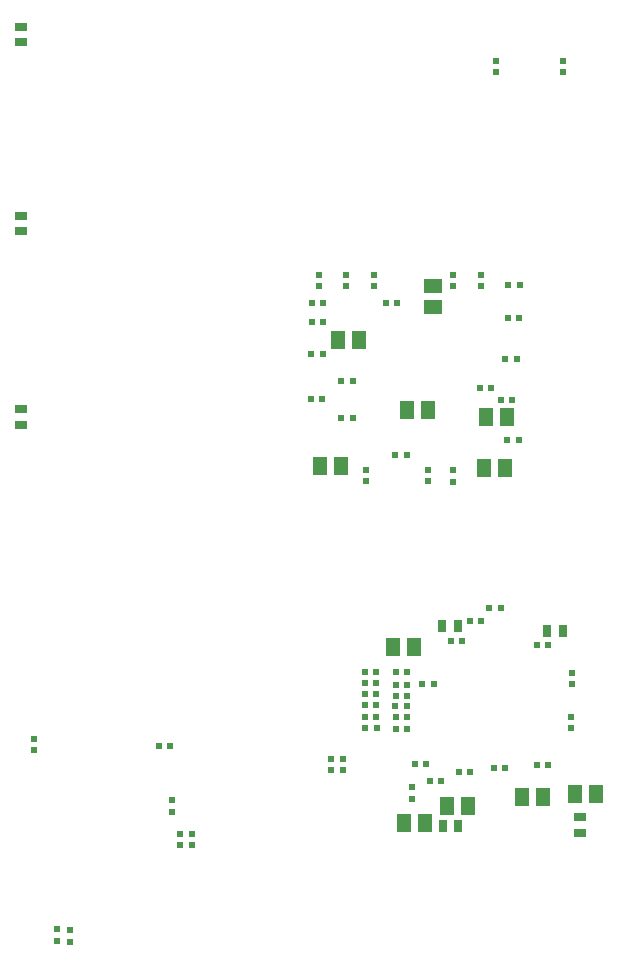
<source format=gbr>
G04 #@! TF.FileFunction,Paste,Bot*
%FSLAX46Y46*%
G04 Gerber Fmt 4.6, Leading zero omitted, Abs format (unit mm)*
G04 Created by KiCad (PCBNEW 4.0.5) date Thu Apr  6 00:21:21 2017*
%MOMM*%
%LPD*%
G01*
G04 APERTURE LIST*
%ADD10C,0.100000*%
%ADD11R,0.558800X0.508000*%
%ADD12R,0.508000X0.558800*%
%ADD13R,1.300000X1.500000*%
%ADD14R,1.500000X1.300000*%
%ADD15R,1.000000X0.750000*%
%ADD16R,0.750000X1.000000*%
G04 APERTURE END LIST*
D10*
D11*
X43103800Y18389600D03*
X44069000Y18389600D03*
X43103800Y19304000D03*
X44069000Y19304000D03*
D12*
X42418000Y21215600D03*
X42418000Y22180800D03*
D11*
X69424800Y57073800D03*
X68459600Y57073800D03*
D13*
X64076400Y55219600D03*
X62276400Y55219600D03*
D11*
X61468000Y64262000D03*
X60502800Y64262000D03*
X62294010Y51409600D03*
X61328810Y51409600D03*
X57690000Y54559200D03*
X56724800Y54559200D03*
X57690000Y57658000D03*
X56724800Y57658000D03*
X54254400Y64236600D03*
X55219600Y64236600D03*
D14*
X64516000Y65702000D03*
X64516000Y63902000D03*
D11*
X71202800Y56083200D03*
X70237600Y56083200D03*
D12*
X54838600Y66649600D03*
X54838600Y65684400D03*
X59512200Y66649600D03*
X59512200Y65684400D03*
X57099200Y66649600D03*
X57099200Y65684400D03*
X66236600Y49149000D03*
X66236600Y50114200D03*
D13*
X70597600Y50342800D03*
X68797600Y50342800D03*
D12*
X58801000Y49174400D03*
X58801000Y50139600D03*
X64084200Y49181000D03*
X64084200Y50146200D03*
D11*
X54214520Y59918600D03*
X55179720Y59918600D03*
D13*
X54908120Y50495200D03*
X56708120Y50495200D03*
D11*
X54224680Y62687200D03*
X55189880Y62687200D03*
X54173880Y56159400D03*
X55139080Y56159400D03*
D12*
X66217800Y66649600D03*
X66217800Y65684400D03*
D13*
X56432120Y61163200D03*
X58232120Y61163200D03*
D12*
X68529200Y66649600D03*
X68529200Y65684400D03*
D11*
X71856600Y65760600D03*
X70891400Y65760600D03*
X71812400Y63042800D03*
X70847200Y63042800D03*
D13*
X70756600Y54660800D03*
X68956600Y54660800D03*
D11*
X71583800Y59563000D03*
X70618600Y59563000D03*
X71761600Y52679600D03*
X70796400Y52679600D03*
X67659000Y24561800D03*
X66693800Y24561800D03*
X64566800Y32054800D03*
X63601600Y32054800D03*
X66979800Y35661600D03*
X66014600Y35661600D03*
X70224400Y38481000D03*
X69259200Y38481000D03*
X67614800Y37312600D03*
X68580000Y37312600D03*
X63931800Y25247600D03*
X62966600Y25247600D03*
D13*
X62926800Y35179000D03*
X61126800Y35179000D03*
D12*
X69875400Y84759800D03*
X69875400Y83794600D03*
X75488800Y83801200D03*
X75488800Y84766400D03*
D13*
X67473400Y21666200D03*
X65673400Y21666200D03*
X76519200Y22733000D03*
X78319200Y22733000D03*
D12*
X76301600Y31978600D03*
X76301600Y32943800D03*
X76174600Y29235400D03*
X76174600Y28270200D03*
X62712600Y23266400D03*
X62712600Y22301200D03*
D11*
X70637400Y24866600D03*
X69672200Y24866600D03*
X64236600Y23774400D03*
X65201800Y23774400D03*
D13*
X63830280Y20243800D03*
X62030280Y20243800D03*
X73808920Y22428200D03*
X72008920Y22428200D03*
D11*
X74244200Y35280600D03*
X73279000Y35280600D03*
X74269600Y25146000D03*
X73304400Y25146000D03*
D15*
X76911200Y19426410D03*
X76911200Y20726410D03*
D16*
X75478400Y36474400D03*
X74178400Y36474400D03*
D12*
X32632400Y10293600D03*
X32632400Y11258800D03*
X33763200Y10204200D03*
X33763200Y11169400D03*
D11*
X42265600Y26746200D03*
X41300400Y26746200D03*
D12*
X30759400Y27381200D03*
X30759400Y26416000D03*
D15*
X29591000Y87645000D03*
X29591000Y86345000D03*
X29591000Y71643000D03*
X29591000Y70343000D03*
X29591000Y55260000D03*
X29591000Y53960000D03*
D16*
X65288400Y36957000D03*
X66588400Y36957000D03*
X66654190Y19989800D03*
X65354190Y19989800D03*
D12*
X55854600Y24714200D03*
X55854600Y25679400D03*
X56845200Y24739600D03*
X56845200Y25704800D03*
D11*
X62299600Y28219400D03*
X61334400Y28219400D03*
X59734200Y28270200D03*
X58769000Y28270200D03*
X62274200Y30124400D03*
X61309000Y30124400D03*
X62325000Y31038800D03*
X61359800Y31038800D03*
X62325000Y31953200D03*
X61359800Y31953200D03*
X62299600Y32994600D03*
X61334400Y32994600D03*
X59708800Y30200600D03*
X58743600Y30200600D03*
X59683400Y31191200D03*
X58718200Y31191200D03*
X59683400Y32080200D03*
X58718200Y32080200D03*
X59715400Y33045400D03*
X58750200Y33045400D03*
X62299600Y29184600D03*
X61334400Y29184600D03*
X59708800Y29260800D03*
X58743600Y29260800D03*
M02*

</source>
